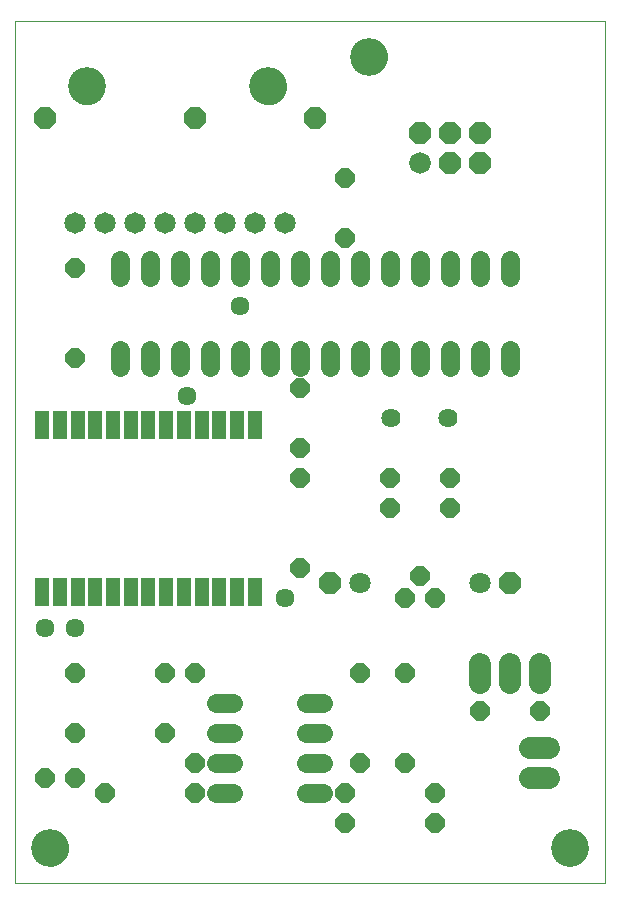
<source format=gts>
G75*
%MOIN*%
%OFA0B0*%
%FSLAX25Y25*%
%IPPOS*%
%LPD*%
%AMOC8*
5,1,8,0,0,1.08239X$1,22.5*
%
%ADD10C,0.00000*%
%ADD11C,0.12611*%
%ADD12C,0.06400*%
%ADD13OC8,0.06400*%
%ADD14C,0.07200*%
%ADD15C,0.07200*%
%ADD16OC8,0.07200*%
%ADD17C,0.06400*%
%ADD18OC8,0.07100*%
%ADD19C,0.07100*%
%ADD20C,0.07137*%
%ADD21R,0.05000X0.09400*%
%ADD22C,0.06350*%
%ADD23OC8,0.07137*%
D10*
X0019478Y0006800D02*
X0019478Y0294202D01*
X0216329Y0294202D01*
X0216329Y0006800D01*
X0019478Y0006800D01*
X0025383Y0018611D02*
X0025385Y0018764D01*
X0025391Y0018918D01*
X0025401Y0019071D01*
X0025415Y0019223D01*
X0025433Y0019376D01*
X0025455Y0019527D01*
X0025480Y0019678D01*
X0025510Y0019829D01*
X0025544Y0019979D01*
X0025581Y0020127D01*
X0025622Y0020275D01*
X0025667Y0020421D01*
X0025716Y0020567D01*
X0025769Y0020711D01*
X0025825Y0020853D01*
X0025885Y0020994D01*
X0025949Y0021134D01*
X0026016Y0021272D01*
X0026087Y0021408D01*
X0026162Y0021542D01*
X0026239Y0021674D01*
X0026321Y0021804D01*
X0026405Y0021932D01*
X0026493Y0022058D01*
X0026584Y0022181D01*
X0026678Y0022302D01*
X0026776Y0022420D01*
X0026876Y0022536D01*
X0026980Y0022649D01*
X0027086Y0022760D01*
X0027195Y0022868D01*
X0027307Y0022973D01*
X0027421Y0023074D01*
X0027539Y0023173D01*
X0027658Y0023269D01*
X0027780Y0023362D01*
X0027905Y0023451D01*
X0028032Y0023538D01*
X0028161Y0023620D01*
X0028292Y0023700D01*
X0028425Y0023776D01*
X0028560Y0023849D01*
X0028697Y0023918D01*
X0028836Y0023983D01*
X0028976Y0024045D01*
X0029118Y0024103D01*
X0029261Y0024158D01*
X0029406Y0024209D01*
X0029552Y0024256D01*
X0029699Y0024299D01*
X0029847Y0024338D01*
X0029996Y0024374D01*
X0030146Y0024405D01*
X0030297Y0024433D01*
X0030448Y0024457D01*
X0030601Y0024477D01*
X0030753Y0024493D01*
X0030906Y0024505D01*
X0031059Y0024513D01*
X0031212Y0024517D01*
X0031366Y0024517D01*
X0031519Y0024513D01*
X0031672Y0024505D01*
X0031825Y0024493D01*
X0031977Y0024477D01*
X0032130Y0024457D01*
X0032281Y0024433D01*
X0032432Y0024405D01*
X0032582Y0024374D01*
X0032731Y0024338D01*
X0032879Y0024299D01*
X0033026Y0024256D01*
X0033172Y0024209D01*
X0033317Y0024158D01*
X0033460Y0024103D01*
X0033602Y0024045D01*
X0033742Y0023983D01*
X0033881Y0023918D01*
X0034018Y0023849D01*
X0034153Y0023776D01*
X0034286Y0023700D01*
X0034417Y0023620D01*
X0034546Y0023538D01*
X0034673Y0023451D01*
X0034798Y0023362D01*
X0034920Y0023269D01*
X0035039Y0023173D01*
X0035157Y0023074D01*
X0035271Y0022973D01*
X0035383Y0022868D01*
X0035492Y0022760D01*
X0035598Y0022649D01*
X0035702Y0022536D01*
X0035802Y0022420D01*
X0035900Y0022302D01*
X0035994Y0022181D01*
X0036085Y0022058D01*
X0036173Y0021932D01*
X0036257Y0021804D01*
X0036339Y0021674D01*
X0036416Y0021542D01*
X0036491Y0021408D01*
X0036562Y0021272D01*
X0036629Y0021134D01*
X0036693Y0020994D01*
X0036753Y0020853D01*
X0036809Y0020711D01*
X0036862Y0020567D01*
X0036911Y0020421D01*
X0036956Y0020275D01*
X0036997Y0020127D01*
X0037034Y0019979D01*
X0037068Y0019829D01*
X0037098Y0019678D01*
X0037123Y0019527D01*
X0037145Y0019376D01*
X0037163Y0019223D01*
X0037177Y0019071D01*
X0037187Y0018918D01*
X0037193Y0018764D01*
X0037195Y0018611D01*
X0037193Y0018458D01*
X0037187Y0018304D01*
X0037177Y0018151D01*
X0037163Y0017999D01*
X0037145Y0017846D01*
X0037123Y0017695D01*
X0037098Y0017544D01*
X0037068Y0017393D01*
X0037034Y0017243D01*
X0036997Y0017095D01*
X0036956Y0016947D01*
X0036911Y0016801D01*
X0036862Y0016655D01*
X0036809Y0016511D01*
X0036753Y0016369D01*
X0036693Y0016228D01*
X0036629Y0016088D01*
X0036562Y0015950D01*
X0036491Y0015814D01*
X0036416Y0015680D01*
X0036339Y0015548D01*
X0036257Y0015418D01*
X0036173Y0015290D01*
X0036085Y0015164D01*
X0035994Y0015041D01*
X0035900Y0014920D01*
X0035802Y0014802D01*
X0035702Y0014686D01*
X0035598Y0014573D01*
X0035492Y0014462D01*
X0035383Y0014354D01*
X0035271Y0014249D01*
X0035157Y0014148D01*
X0035039Y0014049D01*
X0034920Y0013953D01*
X0034798Y0013860D01*
X0034673Y0013771D01*
X0034546Y0013684D01*
X0034417Y0013602D01*
X0034286Y0013522D01*
X0034153Y0013446D01*
X0034018Y0013373D01*
X0033881Y0013304D01*
X0033742Y0013239D01*
X0033602Y0013177D01*
X0033460Y0013119D01*
X0033317Y0013064D01*
X0033172Y0013013D01*
X0033026Y0012966D01*
X0032879Y0012923D01*
X0032731Y0012884D01*
X0032582Y0012848D01*
X0032432Y0012817D01*
X0032281Y0012789D01*
X0032130Y0012765D01*
X0031977Y0012745D01*
X0031825Y0012729D01*
X0031672Y0012717D01*
X0031519Y0012709D01*
X0031366Y0012705D01*
X0031212Y0012705D01*
X0031059Y0012709D01*
X0030906Y0012717D01*
X0030753Y0012729D01*
X0030601Y0012745D01*
X0030448Y0012765D01*
X0030297Y0012789D01*
X0030146Y0012817D01*
X0029996Y0012848D01*
X0029847Y0012884D01*
X0029699Y0012923D01*
X0029552Y0012966D01*
X0029406Y0013013D01*
X0029261Y0013064D01*
X0029118Y0013119D01*
X0028976Y0013177D01*
X0028836Y0013239D01*
X0028697Y0013304D01*
X0028560Y0013373D01*
X0028425Y0013446D01*
X0028292Y0013522D01*
X0028161Y0013602D01*
X0028032Y0013684D01*
X0027905Y0013771D01*
X0027780Y0013860D01*
X0027658Y0013953D01*
X0027539Y0014049D01*
X0027421Y0014148D01*
X0027307Y0014249D01*
X0027195Y0014354D01*
X0027086Y0014462D01*
X0026980Y0014573D01*
X0026876Y0014686D01*
X0026776Y0014802D01*
X0026678Y0014920D01*
X0026584Y0015041D01*
X0026493Y0015164D01*
X0026405Y0015290D01*
X0026321Y0015418D01*
X0026239Y0015548D01*
X0026162Y0015680D01*
X0026087Y0015814D01*
X0026016Y0015950D01*
X0025949Y0016088D01*
X0025885Y0016228D01*
X0025825Y0016369D01*
X0025769Y0016511D01*
X0025716Y0016655D01*
X0025667Y0016801D01*
X0025622Y0016947D01*
X0025581Y0017095D01*
X0025544Y0017243D01*
X0025510Y0017393D01*
X0025480Y0017544D01*
X0025455Y0017695D01*
X0025433Y0017846D01*
X0025415Y0017999D01*
X0025401Y0018151D01*
X0025391Y0018304D01*
X0025385Y0018458D01*
X0025383Y0018611D01*
X0198612Y0018611D02*
X0198614Y0018764D01*
X0198620Y0018918D01*
X0198630Y0019071D01*
X0198644Y0019223D01*
X0198662Y0019376D01*
X0198684Y0019527D01*
X0198709Y0019678D01*
X0198739Y0019829D01*
X0198773Y0019979D01*
X0198810Y0020127D01*
X0198851Y0020275D01*
X0198896Y0020421D01*
X0198945Y0020567D01*
X0198998Y0020711D01*
X0199054Y0020853D01*
X0199114Y0020994D01*
X0199178Y0021134D01*
X0199245Y0021272D01*
X0199316Y0021408D01*
X0199391Y0021542D01*
X0199468Y0021674D01*
X0199550Y0021804D01*
X0199634Y0021932D01*
X0199722Y0022058D01*
X0199813Y0022181D01*
X0199907Y0022302D01*
X0200005Y0022420D01*
X0200105Y0022536D01*
X0200209Y0022649D01*
X0200315Y0022760D01*
X0200424Y0022868D01*
X0200536Y0022973D01*
X0200650Y0023074D01*
X0200768Y0023173D01*
X0200887Y0023269D01*
X0201009Y0023362D01*
X0201134Y0023451D01*
X0201261Y0023538D01*
X0201390Y0023620D01*
X0201521Y0023700D01*
X0201654Y0023776D01*
X0201789Y0023849D01*
X0201926Y0023918D01*
X0202065Y0023983D01*
X0202205Y0024045D01*
X0202347Y0024103D01*
X0202490Y0024158D01*
X0202635Y0024209D01*
X0202781Y0024256D01*
X0202928Y0024299D01*
X0203076Y0024338D01*
X0203225Y0024374D01*
X0203375Y0024405D01*
X0203526Y0024433D01*
X0203677Y0024457D01*
X0203830Y0024477D01*
X0203982Y0024493D01*
X0204135Y0024505D01*
X0204288Y0024513D01*
X0204441Y0024517D01*
X0204595Y0024517D01*
X0204748Y0024513D01*
X0204901Y0024505D01*
X0205054Y0024493D01*
X0205206Y0024477D01*
X0205359Y0024457D01*
X0205510Y0024433D01*
X0205661Y0024405D01*
X0205811Y0024374D01*
X0205960Y0024338D01*
X0206108Y0024299D01*
X0206255Y0024256D01*
X0206401Y0024209D01*
X0206546Y0024158D01*
X0206689Y0024103D01*
X0206831Y0024045D01*
X0206971Y0023983D01*
X0207110Y0023918D01*
X0207247Y0023849D01*
X0207382Y0023776D01*
X0207515Y0023700D01*
X0207646Y0023620D01*
X0207775Y0023538D01*
X0207902Y0023451D01*
X0208027Y0023362D01*
X0208149Y0023269D01*
X0208268Y0023173D01*
X0208386Y0023074D01*
X0208500Y0022973D01*
X0208612Y0022868D01*
X0208721Y0022760D01*
X0208827Y0022649D01*
X0208931Y0022536D01*
X0209031Y0022420D01*
X0209129Y0022302D01*
X0209223Y0022181D01*
X0209314Y0022058D01*
X0209402Y0021932D01*
X0209486Y0021804D01*
X0209568Y0021674D01*
X0209645Y0021542D01*
X0209720Y0021408D01*
X0209791Y0021272D01*
X0209858Y0021134D01*
X0209922Y0020994D01*
X0209982Y0020853D01*
X0210038Y0020711D01*
X0210091Y0020567D01*
X0210140Y0020421D01*
X0210185Y0020275D01*
X0210226Y0020127D01*
X0210263Y0019979D01*
X0210297Y0019829D01*
X0210327Y0019678D01*
X0210352Y0019527D01*
X0210374Y0019376D01*
X0210392Y0019223D01*
X0210406Y0019071D01*
X0210416Y0018918D01*
X0210422Y0018764D01*
X0210424Y0018611D01*
X0210422Y0018458D01*
X0210416Y0018304D01*
X0210406Y0018151D01*
X0210392Y0017999D01*
X0210374Y0017846D01*
X0210352Y0017695D01*
X0210327Y0017544D01*
X0210297Y0017393D01*
X0210263Y0017243D01*
X0210226Y0017095D01*
X0210185Y0016947D01*
X0210140Y0016801D01*
X0210091Y0016655D01*
X0210038Y0016511D01*
X0209982Y0016369D01*
X0209922Y0016228D01*
X0209858Y0016088D01*
X0209791Y0015950D01*
X0209720Y0015814D01*
X0209645Y0015680D01*
X0209568Y0015548D01*
X0209486Y0015418D01*
X0209402Y0015290D01*
X0209314Y0015164D01*
X0209223Y0015041D01*
X0209129Y0014920D01*
X0209031Y0014802D01*
X0208931Y0014686D01*
X0208827Y0014573D01*
X0208721Y0014462D01*
X0208612Y0014354D01*
X0208500Y0014249D01*
X0208386Y0014148D01*
X0208268Y0014049D01*
X0208149Y0013953D01*
X0208027Y0013860D01*
X0207902Y0013771D01*
X0207775Y0013684D01*
X0207646Y0013602D01*
X0207515Y0013522D01*
X0207382Y0013446D01*
X0207247Y0013373D01*
X0207110Y0013304D01*
X0206971Y0013239D01*
X0206831Y0013177D01*
X0206689Y0013119D01*
X0206546Y0013064D01*
X0206401Y0013013D01*
X0206255Y0012966D01*
X0206108Y0012923D01*
X0205960Y0012884D01*
X0205811Y0012848D01*
X0205661Y0012817D01*
X0205510Y0012789D01*
X0205359Y0012765D01*
X0205206Y0012745D01*
X0205054Y0012729D01*
X0204901Y0012717D01*
X0204748Y0012709D01*
X0204595Y0012705D01*
X0204441Y0012705D01*
X0204288Y0012709D01*
X0204135Y0012717D01*
X0203982Y0012729D01*
X0203830Y0012745D01*
X0203677Y0012765D01*
X0203526Y0012789D01*
X0203375Y0012817D01*
X0203225Y0012848D01*
X0203076Y0012884D01*
X0202928Y0012923D01*
X0202781Y0012966D01*
X0202635Y0013013D01*
X0202490Y0013064D01*
X0202347Y0013119D01*
X0202205Y0013177D01*
X0202065Y0013239D01*
X0201926Y0013304D01*
X0201789Y0013373D01*
X0201654Y0013446D01*
X0201521Y0013522D01*
X0201390Y0013602D01*
X0201261Y0013684D01*
X0201134Y0013771D01*
X0201009Y0013860D01*
X0200887Y0013953D01*
X0200768Y0014049D01*
X0200650Y0014148D01*
X0200536Y0014249D01*
X0200424Y0014354D01*
X0200315Y0014462D01*
X0200209Y0014573D01*
X0200105Y0014686D01*
X0200005Y0014802D01*
X0199907Y0014920D01*
X0199813Y0015041D01*
X0199722Y0015164D01*
X0199634Y0015290D01*
X0199550Y0015418D01*
X0199468Y0015548D01*
X0199391Y0015680D01*
X0199316Y0015814D01*
X0199245Y0015950D01*
X0199178Y0016088D01*
X0199114Y0016228D01*
X0199054Y0016369D01*
X0198998Y0016511D01*
X0198945Y0016655D01*
X0198896Y0016801D01*
X0198851Y0016947D01*
X0198810Y0017095D01*
X0198773Y0017243D01*
X0198739Y0017393D01*
X0198709Y0017544D01*
X0198684Y0017695D01*
X0198662Y0017846D01*
X0198644Y0017999D01*
X0198630Y0018151D01*
X0198620Y0018304D01*
X0198614Y0018458D01*
X0198612Y0018611D01*
X0098061Y0272469D02*
X0098063Y0272622D01*
X0098069Y0272776D01*
X0098079Y0272929D01*
X0098093Y0273081D01*
X0098111Y0273234D01*
X0098133Y0273385D01*
X0098158Y0273536D01*
X0098188Y0273687D01*
X0098222Y0273837D01*
X0098259Y0273985D01*
X0098300Y0274133D01*
X0098345Y0274279D01*
X0098394Y0274425D01*
X0098447Y0274569D01*
X0098503Y0274711D01*
X0098563Y0274852D01*
X0098627Y0274992D01*
X0098694Y0275130D01*
X0098765Y0275266D01*
X0098840Y0275400D01*
X0098917Y0275532D01*
X0098999Y0275662D01*
X0099083Y0275790D01*
X0099171Y0275916D01*
X0099262Y0276039D01*
X0099356Y0276160D01*
X0099454Y0276278D01*
X0099554Y0276394D01*
X0099658Y0276507D01*
X0099764Y0276618D01*
X0099873Y0276726D01*
X0099985Y0276831D01*
X0100099Y0276932D01*
X0100217Y0277031D01*
X0100336Y0277127D01*
X0100458Y0277220D01*
X0100583Y0277309D01*
X0100710Y0277396D01*
X0100839Y0277478D01*
X0100970Y0277558D01*
X0101103Y0277634D01*
X0101238Y0277707D01*
X0101375Y0277776D01*
X0101514Y0277841D01*
X0101654Y0277903D01*
X0101796Y0277961D01*
X0101939Y0278016D01*
X0102084Y0278067D01*
X0102230Y0278114D01*
X0102377Y0278157D01*
X0102525Y0278196D01*
X0102674Y0278232D01*
X0102824Y0278263D01*
X0102975Y0278291D01*
X0103126Y0278315D01*
X0103279Y0278335D01*
X0103431Y0278351D01*
X0103584Y0278363D01*
X0103737Y0278371D01*
X0103890Y0278375D01*
X0104044Y0278375D01*
X0104197Y0278371D01*
X0104350Y0278363D01*
X0104503Y0278351D01*
X0104655Y0278335D01*
X0104808Y0278315D01*
X0104959Y0278291D01*
X0105110Y0278263D01*
X0105260Y0278232D01*
X0105409Y0278196D01*
X0105557Y0278157D01*
X0105704Y0278114D01*
X0105850Y0278067D01*
X0105995Y0278016D01*
X0106138Y0277961D01*
X0106280Y0277903D01*
X0106420Y0277841D01*
X0106559Y0277776D01*
X0106696Y0277707D01*
X0106831Y0277634D01*
X0106964Y0277558D01*
X0107095Y0277478D01*
X0107224Y0277396D01*
X0107351Y0277309D01*
X0107476Y0277220D01*
X0107598Y0277127D01*
X0107717Y0277031D01*
X0107835Y0276932D01*
X0107949Y0276831D01*
X0108061Y0276726D01*
X0108170Y0276618D01*
X0108276Y0276507D01*
X0108380Y0276394D01*
X0108480Y0276278D01*
X0108578Y0276160D01*
X0108672Y0276039D01*
X0108763Y0275916D01*
X0108851Y0275790D01*
X0108935Y0275662D01*
X0109017Y0275532D01*
X0109094Y0275400D01*
X0109169Y0275266D01*
X0109240Y0275130D01*
X0109307Y0274992D01*
X0109371Y0274852D01*
X0109431Y0274711D01*
X0109487Y0274569D01*
X0109540Y0274425D01*
X0109589Y0274279D01*
X0109634Y0274133D01*
X0109675Y0273985D01*
X0109712Y0273837D01*
X0109746Y0273687D01*
X0109776Y0273536D01*
X0109801Y0273385D01*
X0109823Y0273234D01*
X0109841Y0273081D01*
X0109855Y0272929D01*
X0109865Y0272776D01*
X0109871Y0272622D01*
X0109873Y0272469D01*
X0109871Y0272316D01*
X0109865Y0272162D01*
X0109855Y0272009D01*
X0109841Y0271857D01*
X0109823Y0271704D01*
X0109801Y0271553D01*
X0109776Y0271402D01*
X0109746Y0271251D01*
X0109712Y0271101D01*
X0109675Y0270953D01*
X0109634Y0270805D01*
X0109589Y0270659D01*
X0109540Y0270513D01*
X0109487Y0270369D01*
X0109431Y0270227D01*
X0109371Y0270086D01*
X0109307Y0269946D01*
X0109240Y0269808D01*
X0109169Y0269672D01*
X0109094Y0269538D01*
X0109017Y0269406D01*
X0108935Y0269276D01*
X0108851Y0269148D01*
X0108763Y0269022D01*
X0108672Y0268899D01*
X0108578Y0268778D01*
X0108480Y0268660D01*
X0108380Y0268544D01*
X0108276Y0268431D01*
X0108170Y0268320D01*
X0108061Y0268212D01*
X0107949Y0268107D01*
X0107835Y0268006D01*
X0107717Y0267907D01*
X0107598Y0267811D01*
X0107476Y0267718D01*
X0107351Y0267629D01*
X0107224Y0267542D01*
X0107095Y0267460D01*
X0106964Y0267380D01*
X0106831Y0267304D01*
X0106696Y0267231D01*
X0106559Y0267162D01*
X0106420Y0267097D01*
X0106280Y0267035D01*
X0106138Y0266977D01*
X0105995Y0266922D01*
X0105850Y0266871D01*
X0105704Y0266824D01*
X0105557Y0266781D01*
X0105409Y0266742D01*
X0105260Y0266706D01*
X0105110Y0266675D01*
X0104959Y0266647D01*
X0104808Y0266623D01*
X0104655Y0266603D01*
X0104503Y0266587D01*
X0104350Y0266575D01*
X0104197Y0266567D01*
X0104044Y0266563D01*
X0103890Y0266563D01*
X0103737Y0266567D01*
X0103584Y0266575D01*
X0103431Y0266587D01*
X0103279Y0266603D01*
X0103126Y0266623D01*
X0102975Y0266647D01*
X0102824Y0266675D01*
X0102674Y0266706D01*
X0102525Y0266742D01*
X0102377Y0266781D01*
X0102230Y0266824D01*
X0102084Y0266871D01*
X0101939Y0266922D01*
X0101796Y0266977D01*
X0101654Y0267035D01*
X0101514Y0267097D01*
X0101375Y0267162D01*
X0101238Y0267231D01*
X0101103Y0267304D01*
X0100970Y0267380D01*
X0100839Y0267460D01*
X0100710Y0267542D01*
X0100583Y0267629D01*
X0100458Y0267718D01*
X0100336Y0267811D01*
X0100217Y0267907D01*
X0100099Y0268006D01*
X0099985Y0268107D01*
X0099873Y0268212D01*
X0099764Y0268320D01*
X0099658Y0268431D01*
X0099554Y0268544D01*
X0099454Y0268660D01*
X0099356Y0268778D01*
X0099262Y0268899D01*
X0099171Y0269022D01*
X0099083Y0269148D01*
X0098999Y0269276D01*
X0098917Y0269406D01*
X0098840Y0269538D01*
X0098765Y0269672D01*
X0098694Y0269808D01*
X0098627Y0269946D01*
X0098563Y0270086D01*
X0098503Y0270227D01*
X0098447Y0270369D01*
X0098394Y0270513D01*
X0098345Y0270659D01*
X0098300Y0270805D01*
X0098259Y0270953D01*
X0098222Y0271101D01*
X0098188Y0271251D01*
X0098158Y0271402D01*
X0098133Y0271553D01*
X0098111Y0271704D01*
X0098093Y0271857D01*
X0098079Y0272009D01*
X0098069Y0272162D01*
X0098063Y0272316D01*
X0098061Y0272469D01*
X0131683Y0282391D02*
X0131685Y0282544D01*
X0131691Y0282698D01*
X0131701Y0282851D01*
X0131715Y0283003D01*
X0131733Y0283156D01*
X0131755Y0283307D01*
X0131780Y0283458D01*
X0131810Y0283609D01*
X0131844Y0283759D01*
X0131881Y0283907D01*
X0131922Y0284055D01*
X0131967Y0284201D01*
X0132016Y0284347D01*
X0132069Y0284491D01*
X0132125Y0284633D01*
X0132185Y0284774D01*
X0132249Y0284914D01*
X0132316Y0285052D01*
X0132387Y0285188D01*
X0132462Y0285322D01*
X0132539Y0285454D01*
X0132621Y0285584D01*
X0132705Y0285712D01*
X0132793Y0285838D01*
X0132884Y0285961D01*
X0132978Y0286082D01*
X0133076Y0286200D01*
X0133176Y0286316D01*
X0133280Y0286429D01*
X0133386Y0286540D01*
X0133495Y0286648D01*
X0133607Y0286753D01*
X0133721Y0286854D01*
X0133839Y0286953D01*
X0133958Y0287049D01*
X0134080Y0287142D01*
X0134205Y0287231D01*
X0134332Y0287318D01*
X0134461Y0287400D01*
X0134592Y0287480D01*
X0134725Y0287556D01*
X0134860Y0287629D01*
X0134997Y0287698D01*
X0135136Y0287763D01*
X0135276Y0287825D01*
X0135418Y0287883D01*
X0135561Y0287938D01*
X0135706Y0287989D01*
X0135852Y0288036D01*
X0135999Y0288079D01*
X0136147Y0288118D01*
X0136296Y0288154D01*
X0136446Y0288185D01*
X0136597Y0288213D01*
X0136748Y0288237D01*
X0136901Y0288257D01*
X0137053Y0288273D01*
X0137206Y0288285D01*
X0137359Y0288293D01*
X0137512Y0288297D01*
X0137666Y0288297D01*
X0137819Y0288293D01*
X0137972Y0288285D01*
X0138125Y0288273D01*
X0138277Y0288257D01*
X0138430Y0288237D01*
X0138581Y0288213D01*
X0138732Y0288185D01*
X0138882Y0288154D01*
X0139031Y0288118D01*
X0139179Y0288079D01*
X0139326Y0288036D01*
X0139472Y0287989D01*
X0139617Y0287938D01*
X0139760Y0287883D01*
X0139902Y0287825D01*
X0140042Y0287763D01*
X0140181Y0287698D01*
X0140318Y0287629D01*
X0140453Y0287556D01*
X0140586Y0287480D01*
X0140717Y0287400D01*
X0140846Y0287318D01*
X0140973Y0287231D01*
X0141098Y0287142D01*
X0141220Y0287049D01*
X0141339Y0286953D01*
X0141457Y0286854D01*
X0141571Y0286753D01*
X0141683Y0286648D01*
X0141792Y0286540D01*
X0141898Y0286429D01*
X0142002Y0286316D01*
X0142102Y0286200D01*
X0142200Y0286082D01*
X0142294Y0285961D01*
X0142385Y0285838D01*
X0142473Y0285712D01*
X0142557Y0285584D01*
X0142639Y0285454D01*
X0142716Y0285322D01*
X0142791Y0285188D01*
X0142862Y0285052D01*
X0142929Y0284914D01*
X0142993Y0284774D01*
X0143053Y0284633D01*
X0143109Y0284491D01*
X0143162Y0284347D01*
X0143211Y0284201D01*
X0143256Y0284055D01*
X0143297Y0283907D01*
X0143334Y0283759D01*
X0143368Y0283609D01*
X0143398Y0283458D01*
X0143423Y0283307D01*
X0143445Y0283156D01*
X0143463Y0283003D01*
X0143477Y0282851D01*
X0143487Y0282698D01*
X0143493Y0282544D01*
X0143495Y0282391D01*
X0143493Y0282238D01*
X0143487Y0282084D01*
X0143477Y0281931D01*
X0143463Y0281779D01*
X0143445Y0281626D01*
X0143423Y0281475D01*
X0143398Y0281324D01*
X0143368Y0281173D01*
X0143334Y0281023D01*
X0143297Y0280875D01*
X0143256Y0280727D01*
X0143211Y0280581D01*
X0143162Y0280435D01*
X0143109Y0280291D01*
X0143053Y0280149D01*
X0142993Y0280008D01*
X0142929Y0279868D01*
X0142862Y0279730D01*
X0142791Y0279594D01*
X0142716Y0279460D01*
X0142639Y0279328D01*
X0142557Y0279198D01*
X0142473Y0279070D01*
X0142385Y0278944D01*
X0142294Y0278821D01*
X0142200Y0278700D01*
X0142102Y0278582D01*
X0142002Y0278466D01*
X0141898Y0278353D01*
X0141792Y0278242D01*
X0141683Y0278134D01*
X0141571Y0278029D01*
X0141457Y0277928D01*
X0141339Y0277829D01*
X0141220Y0277733D01*
X0141098Y0277640D01*
X0140973Y0277551D01*
X0140846Y0277464D01*
X0140717Y0277382D01*
X0140586Y0277302D01*
X0140453Y0277226D01*
X0140318Y0277153D01*
X0140181Y0277084D01*
X0140042Y0277019D01*
X0139902Y0276957D01*
X0139760Y0276899D01*
X0139617Y0276844D01*
X0139472Y0276793D01*
X0139326Y0276746D01*
X0139179Y0276703D01*
X0139031Y0276664D01*
X0138882Y0276628D01*
X0138732Y0276597D01*
X0138581Y0276569D01*
X0138430Y0276545D01*
X0138277Y0276525D01*
X0138125Y0276509D01*
X0137972Y0276497D01*
X0137819Y0276489D01*
X0137666Y0276485D01*
X0137512Y0276485D01*
X0137359Y0276489D01*
X0137206Y0276497D01*
X0137053Y0276509D01*
X0136901Y0276525D01*
X0136748Y0276545D01*
X0136597Y0276569D01*
X0136446Y0276597D01*
X0136296Y0276628D01*
X0136147Y0276664D01*
X0135999Y0276703D01*
X0135852Y0276746D01*
X0135706Y0276793D01*
X0135561Y0276844D01*
X0135418Y0276899D01*
X0135276Y0276957D01*
X0135136Y0277019D01*
X0134997Y0277084D01*
X0134860Y0277153D01*
X0134725Y0277226D01*
X0134592Y0277302D01*
X0134461Y0277382D01*
X0134332Y0277464D01*
X0134205Y0277551D01*
X0134080Y0277640D01*
X0133958Y0277733D01*
X0133839Y0277829D01*
X0133721Y0277928D01*
X0133607Y0278029D01*
X0133495Y0278134D01*
X0133386Y0278242D01*
X0133280Y0278353D01*
X0133176Y0278466D01*
X0133076Y0278582D01*
X0132978Y0278700D01*
X0132884Y0278821D01*
X0132793Y0278944D01*
X0132705Y0279070D01*
X0132621Y0279198D01*
X0132539Y0279328D01*
X0132462Y0279460D01*
X0132387Y0279594D01*
X0132316Y0279730D01*
X0132249Y0279868D01*
X0132185Y0280008D01*
X0132125Y0280149D01*
X0132069Y0280291D01*
X0132016Y0280435D01*
X0131967Y0280581D01*
X0131922Y0280727D01*
X0131881Y0280875D01*
X0131844Y0281023D01*
X0131810Y0281173D01*
X0131780Y0281324D01*
X0131755Y0281475D01*
X0131733Y0281626D01*
X0131715Y0281779D01*
X0131701Y0281931D01*
X0131691Y0282084D01*
X0131685Y0282238D01*
X0131683Y0282391D01*
X0037509Y0272469D02*
X0037511Y0272622D01*
X0037517Y0272776D01*
X0037527Y0272929D01*
X0037541Y0273081D01*
X0037559Y0273234D01*
X0037581Y0273385D01*
X0037606Y0273536D01*
X0037636Y0273687D01*
X0037670Y0273837D01*
X0037707Y0273985D01*
X0037748Y0274133D01*
X0037793Y0274279D01*
X0037842Y0274425D01*
X0037895Y0274569D01*
X0037951Y0274711D01*
X0038011Y0274852D01*
X0038075Y0274992D01*
X0038142Y0275130D01*
X0038213Y0275266D01*
X0038288Y0275400D01*
X0038365Y0275532D01*
X0038447Y0275662D01*
X0038531Y0275790D01*
X0038619Y0275916D01*
X0038710Y0276039D01*
X0038804Y0276160D01*
X0038902Y0276278D01*
X0039002Y0276394D01*
X0039106Y0276507D01*
X0039212Y0276618D01*
X0039321Y0276726D01*
X0039433Y0276831D01*
X0039547Y0276932D01*
X0039665Y0277031D01*
X0039784Y0277127D01*
X0039906Y0277220D01*
X0040031Y0277309D01*
X0040158Y0277396D01*
X0040287Y0277478D01*
X0040418Y0277558D01*
X0040551Y0277634D01*
X0040686Y0277707D01*
X0040823Y0277776D01*
X0040962Y0277841D01*
X0041102Y0277903D01*
X0041244Y0277961D01*
X0041387Y0278016D01*
X0041532Y0278067D01*
X0041678Y0278114D01*
X0041825Y0278157D01*
X0041973Y0278196D01*
X0042122Y0278232D01*
X0042272Y0278263D01*
X0042423Y0278291D01*
X0042574Y0278315D01*
X0042727Y0278335D01*
X0042879Y0278351D01*
X0043032Y0278363D01*
X0043185Y0278371D01*
X0043338Y0278375D01*
X0043492Y0278375D01*
X0043645Y0278371D01*
X0043798Y0278363D01*
X0043951Y0278351D01*
X0044103Y0278335D01*
X0044256Y0278315D01*
X0044407Y0278291D01*
X0044558Y0278263D01*
X0044708Y0278232D01*
X0044857Y0278196D01*
X0045005Y0278157D01*
X0045152Y0278114D01*
X0045298Y0278067D01*
X0045443Y0278016D01*
X0045586Y0277961D01*
X0045728Y0277903D01*
X0045868Y0277841D01*
X0046007Y0277776D01*
X0046144Y0277707D01*
X0046279Y0277634D01*
X0046412Y0277558D01*
X0046543Y0277478D01*
X0046672Y0277396D01*
X0046799Y0277309D01*
X0046924Y0277220D01*
X0047046Y0277127D01*
X0047165Y0277031D01*
X0047283Y0276932D01*
X0047397Y0276831D01*
X0047509Y0276726D01*
X0047618Y0276618D01*
X0047724Y0276507D01*
X0047828Y0276394D01*
X0047928Y0276278D01*
X0048026Y0276160D01*
X0048120Y0276039D01*
X0048211Y0275916D01*
X0048299Y0275790D01*
X0048383Y0275662D01*
X0048465Y0275532D01*
X0048542Y0275400D01*
X0048617Y0275266D01*
X0048688Y0275130D01*
X0048755Y0274992D01*
X0048819Y0274852D01*
X0048879Y0274711D01*
X0048935Y0274569D01*
X0048988Y0274425D01*
X0049037Y0274279D01*
X0049082Y0274133D01*
X0049123Y0273985D01*
X0049160Y0273837D01*
X0049194Y0273687D01*
X0049224Y0273536D01*
X0049249Y0273385D01*
X0049271Y0273234D01*
X0049289Y0273081D01*
X0049303Y0272929D01*
X0049313Y0272776D01*
X0049319Y0272622D01*
X0049321Y0272469D01*
X0049319Y0272316D01*
X0049313Y0272162D01*
X0049303Y0272009D01*
X0049289Y0271857D01*
X0049271Y0271704D01*
X0049249Y0271553D01*
X0049224Y0271402D01*
X0049194Y0271251D01*
X0049160Y0271101D01*
X0049123Y0270953D01*
X0049082Y0270805D01*
X0049037Y0270659D01*
X0048988Y0270513D01*
X0048935Y0270369D01*
X0048879Y0270227D01*
X0048819Y0270086D01*
X0048755Y0269946D01*
X0048688Y0269808D01*
X0048617Y0269672D01*
X0048542Y0269538D01*
X0048465Y0269406D01*
X0048383Y0269276D01*
X0048299Y0269148D01*
X0048211Y0269022D01*
X0048120Y0268899D01*
X0048026Y0268778D01*
X0047928Y0268660D01*
X0047828Y0268544D01*
X0047724Y0268431D01*
X0047618Y0268320D01*
X0047509Y0268212D01*
X0047397Y0268107D01*
X0047283Y0268006D01*
X0047165Y0267907D01*
X0047046Y0267811D01*
X0046924Y0267718D01*
X0046799Y0267629D01*
X0046672Y0267542D01*
X0046543Y0267460D01*
X0046412Y0267380D01*
X0046279Y0267304D01*
X0046144Y0267231D01*
X0046007Y0267162D01*
X0045868Y0267097D01*
X0045728Y0267035D01*
X0045586Y0266977D01*
X0045443Y0266922D01*
X0045298Y0266871D01*
X0045152Y0266824D01*
X0045005Y0266781D01*
X0044857Y0266742D01*
X0044708Y0266706D01*
X0044558Y0266675D01*
X0044407Y0266647D01*
X0044256Y0266623D01*
X0044103Y0266603D01*
X0043951Y0266587D01*
X0043798Y0266575D01*
X0043645Y0266567D01*
X0043492Y0266563D01*
X0043338Y0266563D01*
X0043185Y0266567D01*
X0043032Y0266575D01*
X0042879Y0266587D01*
X0042727Y0266603D01*
X0042574Y0266623D01*
X0042423Y0266647D01*
X0042272Y0266675D01*
X0042122Y0266706D01*
X0041973Y0266742D01*
X0041825Y0266781D01*
X0041678Y0266824D01*
X0041532Y0266871D01*
X0041387Y0266922D01*
X0041244Y0266977D01*
X0041102Y0267035D01*
X0040962Y0267097D01*
X0040823Y0267162D01*
X0040686Y0267231D01*
X0040551Y0267304D01*
X0040418Y0267380D01*
X0040287Y0267460D01*
X0040158Y0267542D01*
X0040031Y0267629D01*
X0039906Y0267718D01*
X0039784Y0267811D01*
X0039665Y0267907D01*
X0039547Y0268006D01*
X0039433Y0268107D01*
X0039321Y0268212D01*
X0039212Y0268320D01*
X0039106Y0268431D01*
X0039002Y0268544D01*
X0038902Y0268660D01*
X0038804Y0268778D01*
X0038710Y0268899D01*
X0038619Y0269022D01*
X0038531Y0269148D01*
X0038447Y0269276D01*
X0038365Y0269406D01*
X0038288Y0269538D01*
X0038213Y0269672D01*
X0038142Y0269808D01*
X0038075Y0269946D01*
X0038011Y0270086D01*
X0037951Y0270227D01*
X0037895Y0270369D01*
X0037842Y0270513D01*
X0037793Y0270659D01*
X0037748Y0270805D01*
X0037707Y0270953D01*
X0037670Y0271101D01*
X0037636Y0271251D01*
X0037606Y0271402D01*
X0037581Y0271553D01*
X0037559Y0271704D01*
X0037541Y0271857D01*
X0037527Y0272009D01*
X0037517Y0272162D01*
X0037511Y0272316D01*
X0037509Y0272469D01*
D11*
X0043415Y0272469D03*
X0103967Y0272469D03*
X0137589Y0282391D03*
X0204518Y0018611D03*
X0031289Y0018611D03*
D12*
X0086678Y0036800D02*
X0092278Y0036800D01*
X0092278Y0046800D02*
X0086678Y0046800D01*
X0086678Y0056800D02*
X0092278Y0056800D01*
X0092278Y0066800D02*
X0086678Y0066800D01*
X0116678Y0066800D02*
X0122278Y0066800D01*
X0122278Y0056800D02*
X0116678Y0056800D01*
X0116678Y0046800D02*
X0122278Y0046800D01*
X0122278Y0036800D02*
X0116678Y0036800D01*
X0114478Y0179000D02*
X0114478Y0184600D01*
X0104478Y0184600D02*
X0104478Y0179000D01*
X0094478Y0179000D02*
X0094478Y0184600D01*
X0084478Y0184600D02*
X0084478Y0179000D01*
X0074478Y0179000D02*
X0074478Y0184600D01*
X0064478Y0184600D02*
X0064478Y0179000D01*
X0054478Y0179000D02*
X0054478Y0184600D01*
X0054478Y0209000D02*
X0054478Y0214600D01*
X0064478Y0214600D02*
X0064478Y0209000D01*
X0074478Y0209000D02*
X0074478Y0214600D01*
X0084478Y0214600D02*
X0084478Y0209000D01*
X0094478Y0209000D02*
X0094478Y0214600D01*
X0104478Y0214600D02*
X0104478Y0209000D01*
X0114478Y0209000D02*
X0114478Y0214600D01*
X0124478Y0214600D02*
X0124478Y0209000D01*
X0134478Y0209000D02*
X0134478Y0214600D01*
X0144478Y0214600D02*
X0144478Y0209000D01*
X0154478Y0209000D02*
X0154478Y0214600D01*
X0164478Y0214600D02*
X0164478Y0209000D01*
X0174478Y0209000D02*
X0174478Y0214600D01*
X0184478Y0214600D02*
X0184478Y0209000D01*
X0184478Y0184600D02*
X0184478Y0179000D01*
X0174478Y0179000D02*
X0174478Y0184600D01*
X0164478Y0184600D02*
X0164478Y0179000D01*
X0154478Y0179000D02*
X0154478Y0184600D01*
X0144478Y0184600D02*
X0144478Y0179000D01*
X0134478Y0179000D02*
X0134478Y0184600D01*
X0124478Y0184600D02*
X0124478Y0179000D01*
D13*
X0114478Y0171800D03*
X0114478Y0151800D03*
X0114478Y0141800D03*
X0114478Y0111800D03*
X0134478Y0076800D03*
X0149478Y0076800D03*
X0149478Y0101800D03*
X0154478Y0109300D03*
X0159478Y0101800D03*
X0164478Y0131800D03*
X0164478Y0141800D03*
X0144478Y0141800D03*
X0144478Y0131800D03*
X0174478Y0064300D03*
X0194478Y0064300D03*
X0159478Y0036800D03*
X0159478Y0026800D03*
X0149478Y0046800D03*
X0134478Y0046800D03*
X0129478Y0036800D03*
X0129478Y0026800D03*
X0079478Y0036800D03*
X0079478Y0046800D03*
X0069478Y0056800D03*
X0069478Y0076800D03*
X0079478Y0076800D03*
X0049478Y0036800D03*
X0039478Y0041800D03*
X0029478Y0041800D03*
X0039478Y0056800D03*
X0039478Y0076800D03*
X0039478Y0181800D03*
X0039478Y0211800D03*
X0129478Y0221800D03*
X0129478Y0241800D03*
D14*
X0174478Y0080000D02*
X0174478Y0073600D01*
X0184478Y0073600D02*
X0184478Y0080000D01*
X0194478Y0080000D02*
X0194478Y0073600D01*
X0197678Y0051800D02*
X0191278Y0051800D01*
X0191278Y0041800D02*
X0197678Y0041800D01*
D15*
X0154478Y0246800D03*
D16*
X0154478Y0256800D03*
X0164478Y0256800D03*
X0164478Y0246800D03*
X0174478Y0246800D03*
X0174478Y0256800D03*
D17*
X0163978Y0161800D03*
X0144978Y0161800D03*
D18*
X0124478Y0106800D03*
X0184478Y0106800D03*
D19*
X0174478Y0106800D03*
X0134478Y0106800D03*
D20*
X0109478Y0226800D03*
X0099478Y0226800D03*
X0089478Y0226800D03*
X0079478Y0226800D03*
X0069478Y0226800D03*
X0059478Y0226800D03*
X0049478Y0226800D03*
X0039478Y0226800D03*
D21*
X0040423Y0159753D03*
X0034518Y0159753D03*
X0028612Y0159753D03*
X0046329Y0159753D03*
X0052234Y0159753D03*
X0058140Y0159753D03*
X0064045Y0159753D03*
X0069951Y0159753D03*
X0075856Y0159753D03*
X0081762Y0159753D03*
X0087667Y0159753D03*
X0093573Y0159753D03*
X0099478Y0159753D03*
X0099478Y0103847D03*
X0093573Y0103847D03*
X0087667Y0103847D03*
X0081762Y0103847D03*
X0075856Y0103847D03*
X0069951Y0103847D03*
X0064045Y0103847D03*
X0058140Y0103847D03*
X0052234Y0103847D03*
X0046329Y0103847D03*
X0040423Y0103847D03*
X0034518Y0103847D03*
X0028612Y0103847D03*
D22*
X0029478Y0091800D03*
X0039478Y0091800D03*
X0076978Y0169300D03*
X0094478Y0199300D03*
X0109478Y0101800D03*
D23*
X0119478Y0261800D03*
X0079478Y0261800D03*
X0029478Y0261800D03*
M02*

</source>
